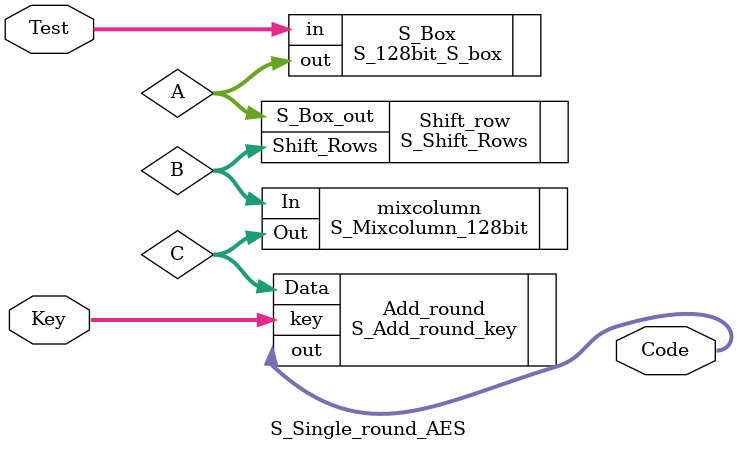
<source format=v>
module S_Single_round_AES(Test,Key,Code);
  
  input [127:0] Test,Key;
  
  output [127:0] Code;
  
  wire [127:0] A,B,C;
  
S_128bit_S_box S_Box (
                      .in(Test), 
                      .out(A)
                      );

S_Shift_Rows Shift_row (
                        .S_Box_out(A), 
                        .Shift_Rows(B)
                        );
 

S_Mixcolumn_128bit mixcolumn (
                              .In(B), 
                              .Out(C)
                             );

S_Add_round_key Add_round (
                           .Data(C), 
                           .key(Key), 
                           .out(Code)
                           );

endmodule


</source>
